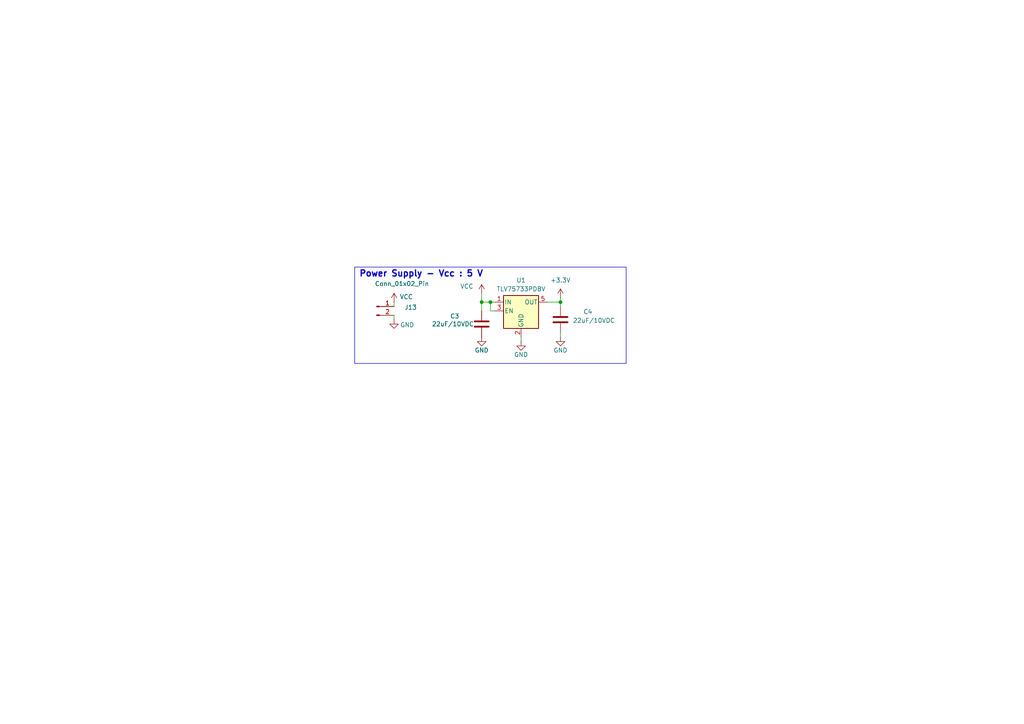
<source format=kicad_sch>
(kicad_sch (version 20231120) (generator "eeschema") (generator_version "8.0")
  (paper "A4")
  (lib_symbols
    (symbol "Connector:Conn_01x02_Pin" (pin_names (offset 1.016) hide)
      (property "Reference" "J" (at 0 2.54 0))
      (property "Value" "Conn_01x02_Pin" (at 0 -5.08 0))
      (symbol "Conn_01x02_Pin_1_1"
        (polyline (pts (xy 1.27 -2.54) (xy 0.8636 -2.54)) (stroke (width 0.1524)))
        (polyline (pts (xy 1.27 0) (xy 0.8636 0)) (stroke (width 0.1524)))
        (rectangle (start 0.8636 -2.413) (end 0 -2.667) (stroke (width 0.1524)) (fill (type outline)))
        (rectangle (start 0.8636 0.127) (end 0 -0.127) (stroke (width 0.1524)) (fill (type outline)))
        (pin passive line (at 5.08 0 180) (length 3.81) (name "Pin_1") (number "1"))
        (pin passive line (at 5.08 -2.54 180) (length 3.81) (name "Pin_2") (number "2"))
      )
    )
    (symbol "Device:C" (pin_numbers hide) (pin_names (offset 0.254))
      (property "Reference" "C" (at 0.635 2.54 0))
      (property "Value" "C" (at 0.635 -2.54 0))
      (symbol "C_0_1"
        (polyline (pts (xy -2.032 -0.762) (xy 2.032 -0.762)) (stroke (width 0.508)))
        (polyline (pts (xy -2.032 0.762) (xy 2.032 0.762)) (stroke (width 0.508)))
      )
      (symbol "C_1_1"
        (pin passive line (at 0 3.81 270) (length 2.794) (name "~") (number "1"))
        (pin passive line (at 0 -3.81 90) (length 2.794) (name "~") (number "2"))
      )
    )
    (symbol "Regulator_Linear:TLV75733PDBV" (pin_names (offset 0.254))
      (property "Reference" "U" (at -3.81 5.715 0))
      (property "Value" "TLV75733PDBV" (at 0 5.715 0))
      (symbol "TLV75733PDBV_0_1"
        (rectangle (start -5.08 4.445) (end 5.08 -5.08) (stroke (width 0.254)) (fill (type background)))
      )
      (symbol "TLV75733PDBV_1_1"
        (pin power_in line (at -7.62 2.54 0) (length 2.54) (name "IN") (number "1"))
        (pin power_in line (at 0 -7.62 90) (length 2.54) (name "GND") (number "2"))
        (pin input line (at -7.62 0 0) (length 2.54) (name "EN") (number "3"))
        (pin no_connect line (at 5.08 0 180) (length 2.54) hide (name "NC") (number "4"))
        (pin power_out line (at 7.62 2.54 180) (length 2.54) (name "OUT") (number "5"))
      )
    )
    (symbol "power:+3.3V" (power) (pin_numbers hide) (pin_names (offset 0) hide)
      (property "Value" "+3.3V" (at 0 3.556 0))
      (symbol "+3.3V_0_1"
        (polyline (pts (xy -0.762 1.27) (xy 0 2.54)))
        (polyline (pts (xy 0 0) (xy 0 2.54)))
        (polyline (pts (xy 0 2.54) (xy 0.762 1.27)))
      )
      (symbol "+3.3V_1_1"
        (pin power_in line (at 0 0 90) (length 0) (name "~") (number "1"))
      )
    )
    (symbol "power:GND" (power) (pin_numbers hide) (pin_names (offset 0) hide)
      (property "Value" "GND" (at 0 -3.81 0))
      (symbol "GND_0_1"
        (polyline (pts (xy 0 0) (xy 0 -1.27) (xy 1.27 -1.27) (xy 0 -2.54) (xy -1.27 -1.27) (xy 0 -1.27)))
      )
      (symbol "GND_1_1"
        (pin power_in line (at 0 0 270) (length 0) (name "~") (number "1"))
      )
    )
    (symbol "power:VCC" (power) (pin_numbers hide) (pin_names (offset 0) hide)
      (property "Value" "VCC" (at 0 3.556 0))
      (symbol "VCC_0_1"
        (polyline (pts (xy -0.762 1.27) (xy 0 2.54)))
        (polyline (pts (xy 0 0) (xy 0 2.54)))
        (polyline (pts (xy 0 2.54) (xy 0.762 1.27)))
      )
      (symbol "VCC_1_1"
        (pin power_in line (at 0 0 90) (length 0) (name "~") (number "1"))
      )
    )
  )
  (junction (at 142.24 87.63))
  (junction (at 139.7 87.63))
  (junction (at 162.56 87.63))
  (wire (pts (xy 142.24 90.17) (xy 142.24 87.63)))
  (wire (pts (xy 142.24 87.63) (xy 143.51 87.63)))
  (wire (pts (xy 139.7 87.63) (xy 139.7 90.17)))
  (wire (pts (xy 151.13 97.79) (xy 151.13 99.06)))
  (wire (pts (xy 162.56 87.63) (xy 162.56 88.9)))
  (wire (pts (xy 139.7 87.63) (xy 142.24 87.63)))
  (wire (pts (xy 114.3 87.63) (xy 114.3 88.9)))
  (wire (pts (xy 162.56 96.52) (xy 162.56 97.79)))
  (wire (pts (xy 114.3 91.44) (xy 114.3 92.71)))
  (wire (pts (xy 139.7 85.09) (xy 139.7 87.63)))
  (wire (pts (xy 158.75 87.63) (xy 162.56 87.63)))
  (wire (pts (xy 162.56 86.36) (xy 162.56 87.63)))
  (wire (pts (xy 143.51 90.17) (xy 142.24 90.17)))
  (rectangle (start 102.87 77.47) (end 181.61 105.41))
  (text "Power Supply - Vcc : 5 V" (at 122.174 79.502 0) (effects (font (size 1.778 1.778) (thickness 0.3556) (bold yes))))
  (symbol (lib_id "Device:C") (at 162.56 92.71 0) (unit 1)
    (property "Reference" "C4" (at 169.164 90.424 0) (effects (justify left)))
    (property "Value" "22uF/10VDC" (at 166.116 92.964 0) (effects (justify left)))
    (property "Footprint" "Capacitor_SMD:C_0603_1608Metric" (effects (hide yes)))
    (property "Description" "Unpolarized capacitor" (effects (hide yes)))
  )
  (symbol (lib_id "power:+3.3V") (at 162.56 86.36 0) (unit 1)
    (property "Reference" "#PWR039" (effects (hide yes)))
    (property "Value" "+3.3V" (at 162.56 81.28 0))
    (property "Description" "Power symbol creates a global label with name \"+3.3V\"" (effects (hide yes)))
  )
  (symbol (lib_id "power:GND") (at 162.56 97.79 0) (unit 1)
    (property "Reference" "#PWR040" (effects (hide yes)))
    (property "Value" "GND" (at 162.56 101.6 0))
    (property "Description" "Power symbol creates a global label with name \"GND\" , ground" (effects (hide yes)))
  )
  (symbol (lib_id "power:VCC") (at 139.7 85.09 0) (unit 1)
    (property "Reference" "#PWR018" (effects (hide yes)))
    (property "Value" "VCC" (at 135.382 83.058 0))
    (property "Description" "Power symbol creates a global label with name \"VCC\"" (effects (hide yes)))
  )
  (symbol (lib_id "Connector:Conn_01x02_Pin") (at 109.22 88.9 0) (unit 1)
    (property "Reference" "J13" (at 119.126 89.154 0))
    (property "Value" "Conn_01x02_Pin" (at 116.586 82.296 0))
    (property "Footprint" "Connector_PinHeader_2.54mm:PinHeader_1x02_P2.54mm_Vertical" (effects (hide yes)))
    (property "Description" "Generic connector, single row, 01x02, script generated" (effects (hide yes)))
  )
  (symbol (lib_id "power:GND") (at 139.7 97.79 0) (unit 1)
    (property "Reference" "#PWR019" (effects (hide yes)))
    (property "Value" "GND" (at 139.7 101.6 0))
    (property "Description" "Power symbol creates a global label with name \"GND\" , ground" (effects (hide yes)))
  )
  (symbol (lib_id "power:GND") (at 151.13 99.06 0) (unit 1)
    (property "Reference" "#PWR032" (effects (hide yes)))
    (property "Value" "GND" (at 151.13 102.87 0))
    (property "Description" "Power symbol creates a global label with name \"GND\" , ground" (effects (hide yes)))
  )
  (symbol (lib_id "Regulator_Linear:TLV75733PDBV") (at 151.13 90.17 0) (unit 1)
    (property "Reference" "U1" (at 151.13 81.28 0))
    (property "Value" "TLV75733PDBV" (at 151.13 83.82 0))
    (property "Footprint" "Package_TO_SOT_SMD:SOT-23-5" (effects (hide yes)))
    (property "Datasheet" "https://www.ti.com/lit/ds/symlink/tlv757p.pdf" (effects (hide yes)))
    (property "Description" "1A Low IQ Small Size Low Dropout Voltage Regulator, Fixed Output 3.3V, SOT-23-5" (effects (hide yes)))
  )
  (symbol (lib_id "Device:C") (at 139.7 93.98 0) (unit 1)
    (property "Reference" "C3" (at 130.556 91.694 0) (effects (justify left)))
    (property "Value" "22uF/10VDC" (at 125.222 93.98 0) (effects (justify left)))
    (property "Footprint" "Capacitor_SMD:C_0603_1608Metric" (effects (hide yes)))
    (property "Description" "Unpolarized capacitor" (effects (hide yes)))
  )
  (symbol (lib_id "power:VCC") (at 114.3 87.63 0) (unit 1)
    (property "Reference" "#PWR010" (effects (hide yes)))
    (property "Value" "VCC" (at 117.856 86.106 0))
    (property "Description" "Power symbol creates a global label with name \"VCC\"" (effects (hide yes)))
  )
  (symbol (lib_id "power:GND") (at 114.3 92.71 0) (unit 1)
    (property "Reference" "#PWR015" (effects (hide yes)))
    (property "Value" "GND" (at 118.11 94.234 0))
    (property "Description" "Power symbol creates a global label with name \"GND\" , ground" (effects (hide yes)))
  )
)
</source>
